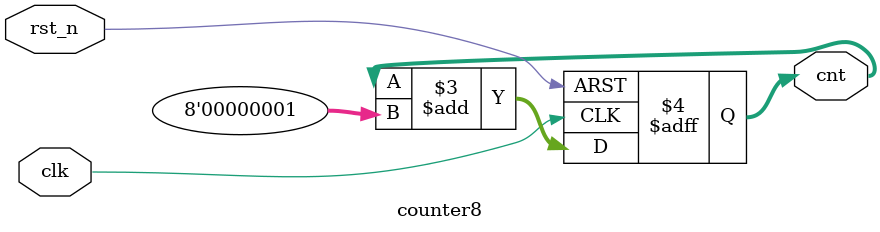
<source format=v>
module counter8 (
    input  wire       clk,
    input  wire       rst_n,   // 异步低有效复位
    output reg  [7:0] cnt
);

    always @(posedge clk or negedge rst_n) begin
        if (!rst_n) 
            cnt <= 8'b0;
        else
            cnt <= cnt + 8'b1;
    end

endmodule

</source>
